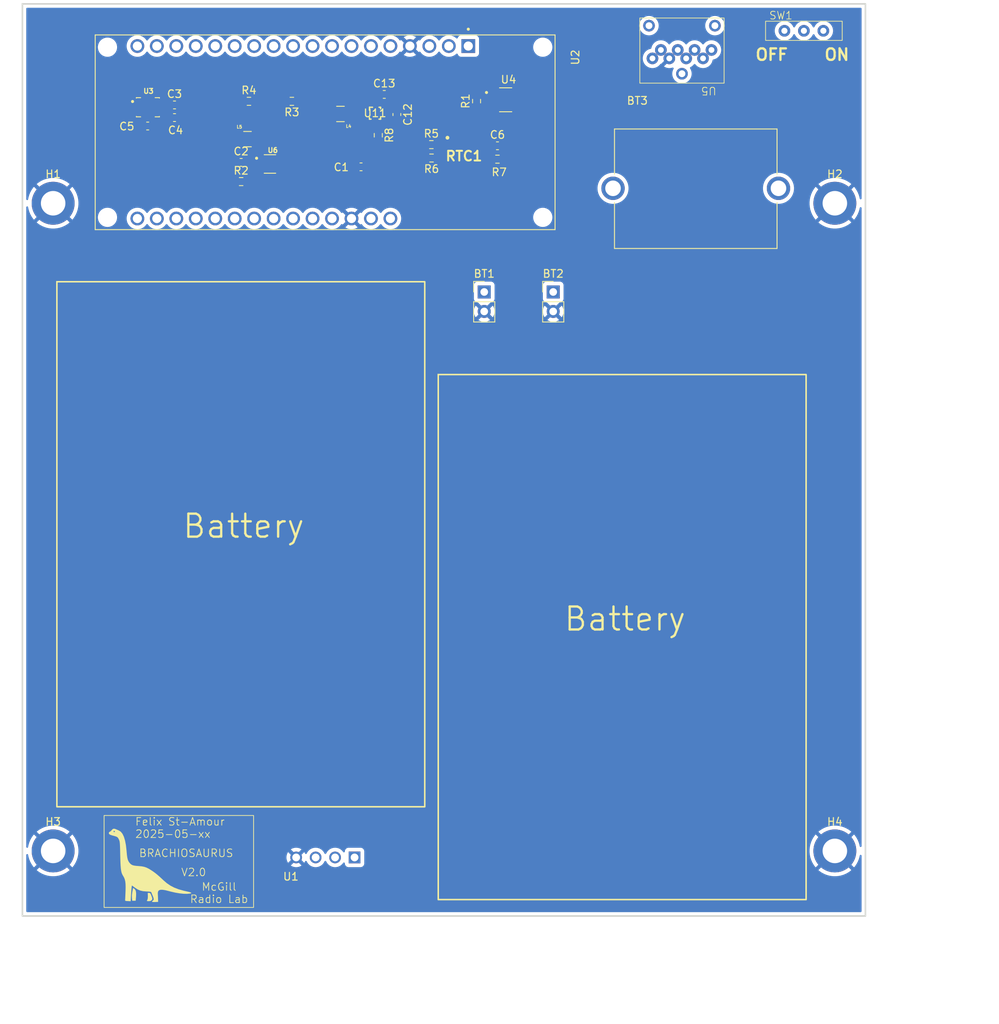
<source format=kicad_pcb>
(kicad_pcb (version 20241229) (generator "pcbnew") (generator_version "9.0")
  (layers (0 "F.Cu" signal) (2 "B.Cu" signal) (13 "F.Paste" user) (15 "B.Paste" user) (5 "F.SilkS" user "F.Silkscreen") (7 "B.SilkS" user "B.Silkscreen") (1 "F.Mask" user) (3 "B.Mask" user) (25 "Edge.Cuts" user))
  (net 0 "")
  (net 5 "GND")
  (net 15 "Net-(RTC1-VBAT)")
  (net 22 "/3V3 Load Switch/V_IN")
  (net 30 "/3V3 Load Switch/V_OUT")
  (net 31 "Net-(L4-Pad1)")
  (net 32 "/3V3 Load Switch/EN")
  (net 33 "/Peripherals/SCL")
  (net 34 "/Peripherals/SDA")
  (net 35 "/RTC/RTC_INT")
  (net 37 "/Peripherals/TRIG")
  (net 38 "/Peripherals/MISO")
  (net 39 "/Peripherals/ACC_INT")
  (net 40 "/Peripherals/MOSI")
  (net 41 "/Peripherals/uSD_CS")
  (net 42 "/Peripherals/SCLK")
  (net 43 "/Peripherals/ECHO")
  (net 45 "/AA Batteries and Switch/V_AA")
  (net 46 "/5V_Boost and Voltage Divider/V_OUT")
  (net 47 "/5V_Boost and Voltage Divider/V_DIV")
  (net 48 "/5V_Boost and Voltage Divider/V_PASS")
  (net 49 "/5V_Boost and Voltage Divider/EN")
  (net 50 "Net-(SW1-B)")
  (net 51 "Net-(U6-SW)")
  (net 52 "Net-(U6-VSET)")
  (footprint "3035:BAT_3035" (layer "F.Cu") (at 177.1 50.2)
    (property "Reference" "BT3" (at -7.62 -11.43 0) (layer "F.SilkS"))
    (property "Value" "3035")
    (fp_line (start -10.605 -7.74) (end 10.605 -7.74) (stroke (width 0.127)) (layer "F.SilkS"))
    (fp_line (start -10.605 -1.8425) (end -10.605 -7.74) (stroke (width 0.127)) (layer "F.SilkS"))
    (fp_line (start -10.605 7.85) (end -10.605 1.8425) (stroke (width 0.127)) (layer "F.SilkS"))
    (fp_line (start 10.605 -7.74) (end 10.605 -1.8425) (stroke (width 0.127)) (layer "F.SilkS"))
    (fp_line (start 10.605 7.85) (end -10.605 7.85) (stroke (width 0.127)) (layer "F.SilkS"))
    (fp_line (start 10.605 7.85) (end 10.605 1.8425) (stroke (width 0.127)) (layer "F.SilkS"))
    (pad "N" smd rect (at 0 0) (size 4 4) (layers "F.Cu" "F.Mask") (net 5 "GND"))
    (pad "P1" thru_hole circle (at -10.795 0) (size 3.045 3.045) (drill 2.03) (layers "*.Cu" "*.Mask") (net 15 "Net-(RTC1-VBAT)"))
    (pad "P2" thru_hole circle (at 10.795 0) (size 3.045 3.045) (drill 2.03) (layers "*.Cu" "*.Mask") (net 15 "Net-(RTC1-VBAT)"))
  )
  (footprint "boost_SP:YFF0009ACAG" (layer "F.Cu") (at 135.249998 40.400002)
    (property "Reference" "U11" (at 0 0 0) (layer "F.SilkS"))
    (property "Value" "TPS61256YFFR")
    (fp_line (start -0.725 -0.775) (end -0.325001 -0.775) (stroke (width 0.18)) (layer "F.SilkS"))
    (fp_line (start -0.725 -0.399999) (end -0.725 -0.775) (stroke (width 0.18)) (layer "F.SilkS"))
    (fp_line (start -0.725 0.775) (end -0.725 0.575) (stroke (width 0.18)) (layer "F.SilkS"))
    (fp_line (start -0.725 0.775) (end -0.525 0.775) (stroke (width 0.18)) (layer "F.SilkS"))
    (fp_line (start 0.525 -0.775) (end 0.725 -0.775) (stroke (width 0.18)) (layer "F.SilkS"))
    (fp_line (start 0.525 0.775) (end 0.725 0.775) (stroke (width 0.18)) (layer "F.SilkS"))
    (fp_line (start 0.725 -0.575) (end 0.725 -0.775) (stroke (width 0.18)) (layer "F.SilkS"))
    (fp_line (start 0.725 0.775) (end 0.725 0.575) (stroke (width 0.18)) (layer "F.SilkS"))
    (pad "A1" smd circle (at -0.399999 -0.400002) (size 0.23 0.23) (layers "F.Cu" "F.Mask") (net 46 "/5V_Boost and Voltage Divider/V_OUT"))
    (pad "A2" smd circle (at 0.000003 -0.400002) (size 0.23 0.23) (layers "F.Cu" "F.Mask") (net 46 "/5V_Boost and Voltage Divider/V_OUT"))
    (pad "A3" smd circle (at 0.400002 -0.400002) (size 0.23 0.23) (layers "F.Cu" "F.Mask") (net 30 "/3V3 Load Switch/V_OUT"))
    (pad "B1" smd circle (at -0.399999 0) (size 0.23 0.23) (layers "F.Cu" "F.Mask") (net 31 "Net-(L4-Pad1)"))
    (pad "B2" smd circle (at 0.000003 0) (size 0.23 0.23) (layers "F.Cu" "F.Mask") (net 31 "Net-(L4-Pad1)"))
    (pad "B3" smd circle (at 0.400002 0) (size 0.23 0.23) (layers "F.Cu" "F.Mask") (net 49 "/5V_Boost and Voltage Divider/EN"))
    (pad "C1" smd circle (at -0.399999 0.399999) (size 0.23 0.23) (layers "F.Cu" "F.Mask") (net 5 "GND"))
    (pad "C2" smd circle (at 0.000003 0.399999) (size 0.23 0.23) (layers "F.Cu" "F.Mask") (net 5 "GND"))
    (pad "C3" smd circle (at 0.400002 0.399999) (size 0.23 0.23) (layers "F.Cu" "F.Mask") (net 48 "/5V_Boost and Voltage Divider/V_PASS"))
  )
  (footprint "singing foot:switch_sp" (layer "F.Cu") (at 191.21 29.65)
    (property "Reference" "SW1" (at -3 -2 0) (layer "F.SilkS") (effects (font (thickness 0.1))))
    (property "Value" "SW_SPDT_312" (hide yes))
    (fp_rect (start -5 -1.25) (end 5 1.25) (stroke (width 0.1)) (fill no) (layer "F.SilkS"))
    (pad "1" thru_hole circle (at 0 0) (size 1.524 1.524) (drill 0.8) (layers "*.Cu" "*.Mask") (net 50 "Net-(SW1-B)"))
    (pad "2" thru_hole circle (at -2.54 0) (size 1.524 1.524) (drill 0.8) (layers "*.Cu" "*.Mask") (net 45 "/AA Batteries and Switch/V_AA"))
    (pad "3" thru_hole circle (at 2.54 0) (size 1.524 1.524) (drill 0.8) (layers "*.Cu" "*.Mask"))
  )
  (footprint "Capacitor_SMD:C_0603_1608Metric" (layer "F.Cu") (at 138.1 40.575 -90)
    (property "Reference" "C12" (at 0 -1.43 90) (layer "F.SilkS"))
    (property "Value" "4.7uF")
    (fp_line (start -0.14058 0.51) (end 0.14058 0.51) (stroke (width 0.12)) (layer "F.SilkS"))
    (fp_line (start -0.14058 -0.51) (end 0.14058 -0.51) (stroke (width 0.12)) (layer "F.SilkS"))
    (pad "1" smd roundrect (at -0.775 0 270) (size 0.9 0.95) (layers "F.Cu" "F.Mask" "F.Paste") (net 30 "/3V3 Load Switch/V_OUT"))
    (pad "2" smd roundrect (at 0.775 0 270) (size 0.9 0.95) (layers "F.Cu" "F.Mask" "F.Paste") (net 5 "GND"))
  )
  (footprint "LB3218T1R0M:INDC3218X200N" (layer "F.Cu") (at 118.608 43.783)
    (property "Reference" "L5" (at -1.06 -1.6 0) (layer "F.SilkS") (effects (font (size 0.393701 0.393701))))
    (property "Value" "2.2uH")
    (fp_line (start -0.5 -1) (end 0.5 -1) (stroke (width 0.127)) (layer "F.SilkS"))
    (fp_line (start -0.5 1) (end 0.5 1) (stroke (width 0.127)) (layer "F.SilkS"))
    (pad "1" smd rect (at -1.44 0) (size 1.24 2.02) (layers "F.Cu" "F.Mask" "F.Paste") (net 22 "/3V3 Load Switch/V_IN"))
    (pad "2" smd rect (at 1.44 0) (size 1.24 2.02) (layers "F.Cu" "F.Mask" "F.Paste") (net 51 "Net-(U6-SW)"))
  )
  (footprint "Connector_PinHeader_2.54mm:PinHeader_1x02_P2.54mm_Vertical" (layer "F.Cu") (at 158.5 63.725)
    (property "Reference" "BT2" (at 0 -2.38 0) (layer "F.SilkS"))
    (property "Value" "Battery")
    (fp_line (start -1.38 -1.38) (end 0 -1.38) (stroke (width 0.12)) (layer "F.SilkS"))
    (fp_line (start -1.38 0) (end -1.38 -1.38) (stroke (width 0.12)) (layer "F.SilkS"))
    (fp_line (start -1.38 1.27) (end -1.38 3.92) (stroke (width 0.12)) (layer "F.SilkS"))
    (fp_line (start -1.38 1.27) (end 1.38 1.27) (stroke (width 0.12)) (layer "F.SilkS"))
    (fp_line (start -1.38 3.92) (end 1.38 3.92) (stroke (width 0.12)) (layer "F.SilkS"))
    (fp_line (start 1.38 1.27) (end 1.38 3.92) (stroke (width 0.12)) (layer "F.SilkS"))
    (pad "1" thru_hole rect (at 0 0) (size 1.7 1.7) (drill 1) (layers "*.Cu" "*.Mask") (net 45 "/AA Batteries and Switch/V_AA"))
    (pad "2" thru_hole circle (at 0 2.54) (size 1.7 1.7) (drill 1) (layers "*.Cu" "*.Mask") (net 5 "GND"))
  )
  (footprint "MountingHole:MountingHole_3.2mm_M3_DIN965_Pad" (layer "F.Cu") (at 195.25 136.65)
    (property "Reference" "H4" (at 0 -3.8 0) (layer "F.SilkS"))
    (property "Value" "MountingHole_Pad")
    (pad "1" thru_hole circle (at 0 0) (size 5.6 5.6) (drill 3.2) (layers "*.Cu" "*.Mask") (net 5 "GND"))
  )
  (footprint "LB3218T1R0M:INDC3218X200N" (layer "F.Cu") (at 130.74 40.5 180)
    (property "Reference" "L4" (at -1.06 -1.6 0) (layer "F.SilkS") (effects (font (size 0.393701 0.393701))))
    (property "Value" "1uH")
    (fp_line (start -0.5 1) (end 0.5 1) (stroke (width 0.127)) (layer "F.SilkS"))
    (fp_line (start -0.5 -1) (end 0.5 -1) (stroke (width 0.127)) (layer "F.SilkS"))
    (pad "1" smd rect (at -1.44 0 180) (size 1.24 2.02) (layers "F.Cu" "F.Mask" "F.Paste") (net 31 "Net-(L4-Pad1)"))
    (pad "2" smd rect (at 1.44 0 180) (size 1.24 2.02) (layers "F.Cu" "F.Mask" "F.Paste") (net 30 "/3V3 Load Switch/V_OUT"))
  )
  (footprint "singing foot:XCVR_HC-SR04" (layer "F.Cu") (at 128.77 137.5 180)
    (property "Reference" "U1" (at 4.5 -2.5 0) (layer "F.SilkS") (effects (font (size 1.00052 1.00052))))
    (property "Value" "HC-SR04")
    (pad "1" thru_hole rect (at -3.81 0 180) (size 1.53 1.53) (drill 1.02) (layers "*.Cu" "*.Mask") (net 46 "/5V_Boost and Voltage Divider/V_OUT"))
    (pad "2" thru_hole circle (at -1.27 0 180) (size 1.53 1.53) (drill 1.02) (layers "*.Cu" "*.Mask") (net 37 "/Peripherals/TRIG"))
    (pad "3" thru_hole circle (at 1.27 0 180) (size 1.53 1.53) (drill 1.02) (layers "*.Cu" "*.Mask") (net 43 "/Peripherals/ECHO"))
    (pad "4" thru_hole circle (at 3.81 0 180) (size 1.53 1.53) (drill 1.02) (layers "*.Cu" "*.Mask") (net 5 "GND"))
  )
  (footprint "Capacitor_SMD:C_0603_1608Metric" (layer "F.Cu") (at 109.0875 40.975)
    (property "Reference" "C4" (at 0.14058 1.65 0) (layer "F.SilkS"))
    (property "Value" "2.2uF")
    (fp_line (start -0.14058 -0.51) (end 0.14058 -0.51) (stroke (width 0.12)) (layer "F.SilkS"))
    (fp_line (start -0.14058 0.51) (end 0.14058 0.51) (stroke (width 0.12)) (layer "F.SilkS"))
    (pad "1" smd roundrect (at -0.775 0) (size 0.9 0.95) (layers "F.Cu" "F.Mask" "F.Paste") (net 30 "/3V3 Load Switch/V_OUT"))
    (pad "2" smd roundrect (at 0.775 0) (size 0.9 0.95) (layers "F.Cu" "F.Mask" "F.Paste") (net 5 "GND"))
  )
  (footprint "load_switch:SOT95P280X145-6N" (layer "F.Cu") (at 152.295 38.65)
    (property "Reference" "U4" (at 0.375 -2.635 0) (layer "F.SilkS"))
    (property "Value" "TPS22918DBVR")
    (fp_line (start -0.8 1.56) (end 0.8 1.56) (stroke (width 0.127)) (layer "F.SilkS"))
    (fp_line (start 0.8 -1.56) (end -0.8 -1.56) (stroke (width 0.127)) (layer "F.SilkS"))
    (fp_circle (center -2.5 -0.95) (end -2.4 -0.95) (stroke (width 0.2)) (fill no) (layer "F.SilkS"))
    (pad "1" smd roundrect (at -1.255 -0.95) (size 1.21 0.58) (layers "F.Cu" "F.Mask" "F.Paste") (roundrect_rratio 0.125) (net 22 "/3V3 Load Switch/V_IN"))
    (pad "2" smd roundrect (at -1.255 0) (size 1.21 0.58) (layers "F.Cu" "F.Mask" "F.Paste") (roundrect_rratio 0.125) (net 5 "GND"))
    (pad "3" smd roundrect (at -1.255 0.95) (size 1.21 0.58) (layers "F.Cu" "F.Mask" "F.Paste") (roundrect_rratio 0.125) (net 32 "/3V3 Load Switch/EN"))
    (pad "4" smd roundrect (at 1.255 0.95) (size 1.21 0.58) (layers "F.Cu" "F.Mask" "F.Paste") (roundrect_rratio 0.125))
    (pad "5" smd roundrect (at 1.255 0) (size 1.21 0.58) (layers "F.Cu" "F.Mask" "F.Paste") (roundrect_rratio 0.125))
    (pad "6" smd roundrect (at 1.255 -0.95) (size 1.21 0.58) (layers "F.Cu" "F.Mask" "F.Paste") (roundrect_rratio 0.125) (net 30 "/3V3 Load Switch/V_OUT"))
  )
  (footprint "singing foot:MODULE_DFR0654" (layer "F.Cu") (at 128.74 42.89 -90)
    (property "Reference" "U2" (at -9.775 -32.65 90) (layer "F.SilkS"))
    (property "Value" "DFR0654")
    (fp_line (start 12.7 30) (end -12.7 30) (stroke (width 0.127)) (layer "F.SilkS"))
    (fp_line (start -12.7 -30) (end -12.7 30) (stroke (width 0.127)) (layer "F.SilkS"))
    (fp_line (start 12.7 -30) (end 12.7 30) (stroke (width 0.127)) (layer "F.SilkS"))
    (fp_line (start 12.7 -30) (end -12.7 -30) (stroke (width 0.127)) (layer "F.SilkS"))
    (fp_circle (center -13.45 -18.68) (end -13.35 -18.68) (stroke (width 0.2)) (fill no) (layer "F.SilkS"))
    (pad "" np_thru_hole circle (at -11.1 -28.4 270) (size 2 2) (drill 2) (layers "*.Cu" "*.Mask"))
    (pad "" np_thru_hole circle (at -11.1 28.4 270) (size 2 2) (drill 2) (layers "*.Cu" "*.Mask"))
    (pad "" np_thru_hole circle (at 11.1 -28.4 270) (size 2 2) (drill 2) (layers "*.Cu" "*.Mask"))
    (pad "" np_thru_hole circle (at 11.1 28.4 270) (size 2 2) (drill 2) (layers "*.Cu" "*.Mask"))
    (pad "1" thru_hole rect (at -11.25 -18.68 270) (size 1.8 1.8) (drill 1.2) (layers "*.Cu" "*.Mask"))
    (pad "2" thru_hole circle (at -11.25 -16.14 270) (size 1.8 1.8) (drill 1.2) (layers "*.Cu" "*.Mask") (net 22 "/3V3 Load Switch/V_IN"))
    (pad "3" thru_hole circle (at -11.25 -13.6 270) (size 1.8 1.8) (drill 1.2) (layers "*.Cu" "*.Mask"))
    (pad "4" thru_hole circle (at -11.25 -11.06 270) (size 1.8 1.8) (drill 1.2) (layers "*.Cu" "*.Mask") (net 5 "GND"))
    (pad "5" thru_hole circle (at -11.25 -8.52 270) (size 1.8 1.8) (drill 1.2) (layers "*.Cu" "*.Mask"))
    (pad "6" thru_hole circle (at -11.25 -5.98 270) (size 1.8 1.8) (drill 1.2) (layers "*.Cu" "*.Mask") (net 42 "/Peripherals/SCLK"))
    (pad "7" thru_hole circle (at -11.25 -3.44 270) (size 1.8 1.8) (drill 1.2) (layers "*.Cu" "*.Mask") (net 40 "/Peripherals/MOSI"))
    (pad "8" thru_hole circle (at -11.25 -0.9 270) (size 1.8 1.8) (drill 1.2) (layers "*.Cu" "*.Mask") (net 38 "/Peripherals/MISO"))
    (pad "9" thru_hole circle (at -11.25 1.64 270) (size 1.8 1.8) (drill 1.2) (layers "*.Cu" "*.Mask") (net 33 "/Peripherals/SCL"))
    (pad "10" thru_hole circle (at -11.25 4.18 270) (size 1.8 1.8) (drill 1.2) (layers "*.Cu" "*.Mask") (net 34 "/Peripherals/SDA"))
    (pad "11" thru_hole circle (at -11.25 6.72 270) (size 1.8 1.8) (drill 1.2) (layers "*.Cu" "*.Mask") (net 37 "/Peripherals/TRIG"))
    (pad "12" thru_hole circle (at -11.25 9.26 270) (size 1.8 1.8) (drill 1.2) (layers "*.Cu" "*.Mask") (net 41 "/Peripherals/uSD_CS"))
    (pad "13" thru_hole circle (at -11.25 11.8 270) (size 1.8 1.8) (drill 1.2) (layers "*.Cu" "*.Mask"))
    (pad "14" thru_hole circle (at -11.25 14.34 270) (size 1.8 1.8) (drill 1.2) (layers "*.Cu" "*.Mask") (net 49 "/5V_Boost and Voltage Divider/EN"))
    (pad "15" thru_hole circle (at -11.25 16.88 270) (size 1.8 1.8) (drill 1.2) (layers "*.Cu" "*.Mask") (net 32 "/3V3 Load Switch/EN"))
    (pad "16" thru_hole circle (at -11.25 19.42 270) (size 1.8 1.8) (drill 1.2) (layers "*.Cu" "*.Mask") (net 48 "/5V_Boost and Voltage Divider/V_PASS"))
    (pad "17" thru_hole circle (at -11.25 21.96 270) (size 1.8 1.8) (drill 1.2) (layers "*.Cu" "*.Mask"))
    (pad "18" thru_hole circle (at -11.25 24.5 270) (size 1.8 1.8) (drill 1.2) (layers "*.Cu" "*.Mask"))
    (pad "19" thru_hole circle (at 11.25 24.5 270) (size 1.8 1.8) (drill 1.2) (layers "*.Cu" "*.Mask") (net 43 "/Peripherals/ECHO"))
    (pad "20" thru_hole circle (at 11.25 21.96 270) (size 1.8 1.8) (drill 1.2) (layers "*.Cu" "*.Mask"))
    (pad "21" thru_hole circle (at 11.25 19.42 270) (size 1.8 1.8) (drill 1.2) (layers "*.Cu" "*.Mask") (net 35 "/RTC/RTC_INT"))
    (pad "22" thru_hole circle (at 11.25 16.88 270) (size 1.8 1.8) (drill 1.2) (layers "*.Cu" "*.Mask") (net 39 "/Peripherals/ACC_INT"))
    (pad "23" thru_hole circle (at 11.25 14.34 270) (size 1.8 1.8) (drill 1.2) (layers "*.Cu" "*.Mask") (net 47 "/5V_Boost and Voltage Divider/V_DIV"))
    (pad "24" thru_hole circle (at 11.25 11.8 270) (size 1.8 1.8) (drill 1.2) (layers "*.Cu" "*.Mask"))
    (pad "25" thru_hole circle (at 11.25 9.26 270) (size 1.8 1.8) (drill 1.2) (layers "*.Cu" "*.Mask"))
    (pad "26" thru_hole circle (at 11.25 6.72 270) (size 1.8 1.8) (drill 1.2) (layers "*.Cu" "*.Mask"))
    (pad "27" thru_hole circle (at 11.25 4.18 270) (size 1.8 1.8) (drill 1.2) (layers "*.Cu" "*.Mask"))
    (pad "28" thru_hole circle (at 11.25 1.64 270) (size 1.8 1.8) (drill 1.2) (layers "*.Cu" "*.Mask") (net 34 "/Peripherals/SDA"))
    (pad "29" thru_hole circle (at 11.25 -0.9 270) (size 1.8 1.8) (drill 1.2) (layers "*.Cu" "*.Mask") (net 33 "/Peripherals/SCL"))
    (pad "30" thru_hole circle (at 11.25 -3.44 270) (size 1.8 1.8) (drill 1.2) (layers "*.Cu" "*.Mask") (net 5 "GND"))
    (pad "31" thru_hole circle (at 11.25 -5.98 270) (size 1.8 1.8) (drill 1.2) (layers "*.Cu" "*.Mask") (net 22 "/3V3 Load Switch/V_IN"))
    (pad "32" thru_hole circle (at 11.25 -8.52 270) (size 1.8 1.8) (drill 1.2) (layers "*.Cu" "*.Mask"))
  )
  (footprint "Capacitor_SMD:C_0603_1608Metric" (layer "F.Cu") (at 117.78 46.815)
    (property "Reference" "C2" (at 0 -1.43 0) (layer "F.SilkS"))
    (property "Value" "4.7uF")
    (fp_line (start -0.14058 -0.51) (end 0.14058 -0.51) (stroke (width 0.12)) (layer "F.SilkS"))
    (fp_line (start -0.14058 0.51) (end 0.14058 0.51) (stroke (width 0.12)) (layer "F.SilkS"))
    (pad "1" smd roundrect (at -0.775 0) (size 0.9 0.95) (layers "F.Cu" "F.Mask" "F.Paste") (net 50 "Net-(SW1-B)"))
    (pad "2" smd roundrect (at 0.775 0) (size 0.9 0.95) (layers "F.Cu" "F.Mask" "F.Paste") (net 5 "GND"))
  )
  (footprint "Capacitor_SMD:C_0603_1608Metric" (layer "F.Cu") (at 109.0875 39.325)
    (property "Reference" "C3" (at 0 -1.43 0) (layer "F.SilkS"))
    (property "Value" "0.1uF")
    (fp_line (start -0.14058 -0.51) (end 0.14058 -0.51) (stroke (width 0.12)) (layer "F.SilkS"))
    (fp_line (start -0.14058 0.51) (end 0.14058 0.51) (stroke (width 0.12)) (layer "F.SilkS"))
    (pad "1" smd roundrect (at -0.775 0) (size 0.9 0.95) (layers "F.Cu" "F.Mask" "F.Paste") (net 30 "/3V3 Load Switch/V_OUT"))
    (pad "2" smd roundrect (at 0.775 0) (size 0.9 0.95) (layers "F.Cu" "F.Mask" "F.Paste") (net 5 "GND"))
  )
  (footprint "MountingHole:MountingHole_3.2mm_M3_DIN965_Pad" (layer "F.Cu") (at 93.25 52.15)
    (property "Reference" "H1" (at 0 -3.8 0) (layer "F.SilkS"))
    (property "Value" "MountingHole_Pad")
    (pad "1" thru_hole circle (at 0 0) (size 5.6 5.6) (drill 3.2) (layers "*.Cu" "*.Mask") (net 5 "GND"))
  )
  (footprint "Capacitor_SMD:C_0603_1608Metric" (layer "F.Cu") (at 136.455 37.95)
    (property "Reference" "C13" (at 0 -1.43 0) (layer "F.SilkS"))
    (property "Value" "10uF")
    (fp_line (start -0.14058 -0.51) (end 0.14058 -0.51) (stroke (width 0.12)) (layer "F.SilkS"))
    (fp_line (start -0.14058 0.51) (end 0.14058 0.51) (stroke (width 0.12)) (layer "F.SilkS"))
    (pad "1" smd roundrect (at -0.775 0) (size 0.9 0.95) (layers "F.Cu" "F.Mask" "F.Paste") (net 46 "/5V_Boost and Voltage Divider/V_OUT"))
    (pad "2" smd roundrect (at 0.775 0) (size 0.9 0.95) (layers "F.Cu" "F.Mask" "F.Paste") (net 5 "GND"))
  )
  (footprint "Resistor_SMD:R_0603_1608Metric" (layer "F.Cu") (at 124.4 38.85 180)
    (property "Reference" "R3" (at 0 -1.43 0) (layer "F.SilkS"))
    (property "Value" "100k")
    (fp_line (start -0.237258 0.5225) (end 0.237258 0.5225) (stroke (width 0.12)) (layer "F.SilkS"))
    (fp_line (start -0.237258 -0.5225) (end 0.237258 -0.5225) (stroke (width 0.12)) (layer "F.SilkS"))
    (pad "1" smd roundrect (at -0.825 0 180) (size 0.8 0.95) (layers "F.Cu" "F.Mask" "F.Paste") (net 46 "/5V_Boost and Voltage Divider/V_OUT"))
    (pad "2" smd roundrect (at 0.825 0 180) (size 0.8 0.95) (layers "F.Cu" "F.Mask" "F.Paste") (net 47 "/5V_Boost and Voltage Divider/V_DIV"))
  )
  (footprint "Resistor_SMD:R_0603_1608Metric" (layer "F.Cu") (at 142.625 46.25 180)
    (property "Reference" "R6" (at 0 -1.43 0) (layer "F.SilkS"))
    (property "Value" "4.7k")
    (fp_line (start -0.237258 0.5225) (end 0.237258 0.5225) (stroke (width 0.12)) (layer "F.SilkS"))
    (fp_line (start -0.237258 -0.5225) (end 0.237258 -0.5225) (stroke (width 0.12)) (layer "F.SilkS"))
    (pad "1" smd roundrect (at -0.825 0 180) (size 0.8 0.95) (layers "F.Cu" "F.Mask" "F.Paste") (net 34 "/Peripherals/SDA"))
    (pad "2" smd roundrect (at 0.825 0 180) (size 0.8 0.95) (layers "F.Cu" "F.Mask" "F.Paste") (net 30 "/3V3 Load Switch/V_OUT"))
  )
  (footprint "Resistor_SMD:R_0603_1608Metric" (layer "F.Cu") (at 148.5 38.825 90)
    (property "Reference" "R1" (at 0 -1.43 90) (layer "F.SilkS"))
    (property "Value" "10k")
    (fp_line (start -0.237258 -0.5225) (end 0.237258 -0.5225) (stroke (width 0.12)) (layer "F.SilkS"))
    (fp_line (start -0.237258 0.5225) (end 0.237258 0.5225) (stroke (width 0.12)) (layer "F.SilkS"))
    (pad "1" smd roundrect (at -0.825 0 90) (size 0.8 0.95) (layers "F.Cu" "F.Mask" "F.Paste") (net 32 "/3V3 Load Switch/EN"))
    (pad "2" smd roundrect (at 0.825 0 90) (size 0.8 0.95) (layers "F.Cu" "F.Mask" "F.Paste") (net 5 "GND"))
  )
  (footprint "Resistor_SMD:R_0603_1608Metric" (layer "F.Cu") (at 135.675 43.275 -90)
    (property "Reference" "R8" (at 0 -1.43 90) (layer "F.SilkS"))
    (property "Value" "4.7k")
    (fp_line (start -0.237258 0.5225) (end 0.237258 0.5225) (stroke (width 0.12)) (layer "F.SilkS"))
    (fp_line (start -0.237258 -0.5225) (end 0.237258 -0.5225) (stroke (width 0.12)) (layer "F.SilkS"))
    (pad "1" smd roundrect (at -0.825 0 270) (size 0.8 0.95) (layers "F.Cu" "F.Mask" "F.Paste") (net 48 "/5V_Boost and Voltage Divider/V_PASS"))
    (pad "2" smd roundrect (at 0.825 0 270) (size 0.8 0.95) (layers "F.Cu" "F.Mask" "F.Paste") (net 5 "GND"))
  )
  (footprint "MountingHole:MountingHole_3.2mm_M3_DIN965_Pad" (layer "F.Cu") (at 195.25 52.15)
    (property "Reference" "H2" (at 0 -3.8 0) (layer "F.SilkS"))
    (property "Value" "MountingHole_Pad")
    (pad "1" thru_hole circle (at 0 0) (size 5.6 5.6) (drill 3.2) (layers "*.Cu" "*.Mask") (net 5 "GND"))
  )
  (footprint "Connector_PinHeader_2.54mm:PinHeader_1x02_P2.54mm_Vertical" (layer "F.Cu") (at 149.5 63.725)
    (property "Reference" "BT1" (at 0 -2.38 0) (layer "F.SilkS"))
    (property "Value" "Battery")
    (fp_line (start -1.38 -1.38) (end 0 -1.38) (stroke (width 0.12)) (layer "F.SilkS"))
    (fp_line (start -1.38 0) (end -1.38 -1.38) (stroke (width 0.12)) (layer "F.SilkS"))
    (fp_line (start -1.38 1.27) (end -1.38 3.92) (stroke (width 0.12)) (layer "F.SilkS"))
    (fp_line (start -1.38 1.27) (end 1.38 1.27) (stroke (width 0.12)) (layer "F.SilkS"))
    (fp_line (start -1.38 3.92) (end 1.38 3.92) (stroke (width 0.12)) (layer "F.SilkS"))
    (fp_line (start 1.38 1.27) (end 1.38 3.92) (stroke (width 0.12)) (layer "F.SilkS"))
    (pad "1" thru_hole rect (at 0 0) (size 1.7 1.7) (drill 1) (layers "*.Cu" "*.Mask") (net 45 "/AA Batteries and Switch/V_AA"))
    (pad "2" thru_hole circle (at 0 2.54) (size 1.7 1.7) (drill 1) (layers "*.Cu" "*.Mask") (net 5 "GND"))
  )
  (footprint "accel:XDCR_ICM-42670-P" (layer "F.Cu") (at 105.6125 39.625)
    (property "Reference" "U3" (at 0.082 -2.1064 0) (layer "F.SilkS") (effects (font (size 0.64 0.64))))
    (property "Value" "ICM-42670-P")
    (fp_line (start -1.5 -1.25) (end -0.945 -1.25) (stroke (width 0.127)) (layer "F.SilkS"))
    (fp_line (start -1.5 -1.195) (end -1.5 -1.25) (stroke (width 0.127)) (layer "F.SilkS"))
    (fp_line (start -1.5 1.25) (end -1.5 1.195) (stroke (width 0.127)) (layer "F.SilkS"))
    (fp_line (start -0.945 1.25) (end -1.5 1.25) (stroke (width 0.127)) (layer "F.SilkS"))
    (fp_line (start 0.945 -1.25) (end 1.5 -1.25) (stroke (width 0.127)) (layer "F.SilkS"))
    (fp_line (start 1.5 -1.25) (end 1.5 -1.195) (stroke (width 0.127)) (layer "F.SilkS"))
    (fp_line (start 1.5 1.25) (end 0.945 1.25) (stroke (width 0.127)) (layer "F.SilkS"))
    (fp_line (start 1.5 1.25) (end 1.5 1.195) (stroke (width 0.127)) (layer "F.SilkS"))
    (fp_circle (center -2 -0.75) (end -1.9 -0.75) (stroke (width 0.2)) (fill no) (layer "F.SilkS"))
    (pad "1" smd rect (at -1.1625 -0.75) (size 0.475 0.25) (layers "F.Cu") (net 5 "GND"))
    (pad "2" smd rect (at -1.1625 -0.25) (size 0.475 0.25) (layers "F.Cu"))
    (pad "3" smd rect (at -1.1625 0.25) (size 0.475 0.25) (layers "F.Cu"))
    (pad "4" smd rect (at -1.1625 0.75) (size 0.475 0.25) (layers "F.Cu") (net 39 "/Peripherals/ACC_INT"))
    (pad "5" smd rect (at -0.5 0.9125) (size 0.25 0.475) (layers "F.Cu") (net 30 "/3V3 Load Switch/V_OUT"))
    (pad "6" smd rect (at 0 0.9125) (size 0.25 0.475) (layers "F.Cu") (net 5 "GND"))
    (pad "7" smd rect (at 0.5 0.9125) (size 0.25 0.475) (layers "F.Cu") (net 5 "GND"))
    (pad "8" smd rect (at 1.1625 0.75) (size 0.475 0.25) (layers "F.Cu") (net 30 "/3V3 Load Switch/V_OUT"))
    (pad "9" smd rect (at 1.1625 0.25) (size 0.475 0.25) (layers "F.Cu"))
    (pad "10" smd rect (at 1.1625 -0.25) (size 0.475 0.25) (layers "F.Cu"))
    (pad "11" smd rect (at 1.1625 -0.75) (size 0.475 0.25) (layers "F.Cu"))
    (pad "12" smd rect (at 0.5 -0.9125) (size 0.25 0.475) (layers "F.Cu") (net 30 "/3V3 Load Switch/V_OUT"))
    (pad "13" smd rect (at 0 -0.9125) (size 0.25 0.475) (layers "F.Cu") (net 33 "/Peripherals/SCL"))
    (pad "14" smd rect (at -0.5 -0.9125) (size 0.25 0.475) (layers "F.Cu") (net 34 "/Peripherals/SDA"))
  )
  (footprint "Capacitor_SMD:C_0603_1608Metric" (layer "F.Cu") (at 105.5875 42.075)
    (property "Reference" "C5" (at -2.725 0.05 0) (layer "F.SilkS"))
    (property "Value" "10nF")
    (fp_line (start -0.14058 -0.51) (end 0.14058 -0.51) (stroke (width 0.12)) (layer "F.SilkS"))
    (fp_line (start -0.14058 0.51) (end 0.14058 0.51) (stroke (width 0.12)) (layer "F.SilkS"))
    (pad "1" smd roundrect (at -0.775 0) (size 0.9 0.95) (layers "F.Cu" "F.Mask" "F.Paste") (net 30 "/3V3 Load Switch/V_OUT"))
    (pad "2" smd roundrect (at 0.775 0) (size 0.9 0.95) (layers "F.Cu" "F.Mask" "F.Paste") (net 5 "GND"))
  )
  (footprint "MountingHole:MountingHole_3.2mm_M3_DIN965_Pad" (layer "F.Cu") (at 93.25 136.65)
    (property "Reference" "H3" (at 0 -3.8 0) (layer "F.SilkS"))
    (property "Value" "MountingHole_Pad")
    (pad "1" thru_hole circle (at 0 0) (size 5.6 5.6) (drill 3.2) (layers "*.Cu" "*.Mask") (net 5 "GND"))
  )
  (footprint "singing foot:uSD mount (up)" (layer "F.Cu") (at 175.3 28.98 180)
    (property "Reference" "U5" (at -3.5 -8.5 180) (layer "F.SilkS") (effects (font (thickness 0.1))))
    (property "Value" "~")
    (fp_rect (start -5.5 1) (end 5.5 -7.5) (stroke (width 0.1)) (fill no) (layer "F.SilkS"))
    (pad "" thru_hole circle (at -4.3 0 180) (size 1.524 1.524) (drill 0.9) (layers "*.Cu" "*.Mask"))
    (pad "" thru_hole circle (at 0 -6.27 180) (size 1.524 1.524) (drill 0.9) (layers "*.Cu" "*.Mask"))
    (pad "" thru_hole circle (at 4.3 0 180) (size 1.524 1.524) (drill 0.9) (layers "*.Cu" "*.Mask"))
    (pad "1" thru_hole circle (at -3.85 -3.17 180) (size 1.524 1.524) (drill 0.762) (layers "*.Cu" "*.Mask"))
    (pad "2" thru_hole circle (at -2.75 -4.27 180) (size 1.524 1.524) (drill 0.762) (layers "*.Cu" "*.Mask") (net 41 "/Peripherals/uSD_CS"))
    (pad "3" thru_hole circle (at -1.65 -3.17 180) (size 1.524 1.524) (drill 0.762) (layers "*.Cu" "*.Mask") (net 40 "/Peripherals/MOSI"))
    (pad "4" thru_hole circle (at -0.55 -4.27 180) (size 1.524 1.524) (drill 0.762) (layers "*.Cu" "*.Mask") (net 30 "/3V3 Load Switch/V_OUT"))
    (pad "5" thru_hole circle (at 0.55 -3.17 180) (size 1.524 1.524) (drill 0.762) (layers "*.Cu" "*.Mask") (net 42 "/Peripherals/SCLK"))
    (pad "6" thru_hole circle (at 1.65 -4.27 180) (size 1.524 1.524) (drill 0.762) (layers "*.Cu" "*.Mask") (net 5 "GND"))
    (pad "7" thru_hole circle (at 2.75 -3.17 180) (size 1.524 1.524) (drill 0.762) (layers "*.Cu" "*.Mask") (net 38 "/Peripherals/MISO"))
    (pad "8" thru_hole circle (at 3.85 -4.27 180) (size 1.524 1.524) (drill 0.762) (layers "*.Cu" "*.Mask"))
  )
  (footprint "Resistor_SMD:R_0603_1608Metric" (layer "F.Cu") (at 117.78 49.325)
    (property "Reference" "R2" (at 0 -1.43 0) (layer "F.SilkS"))
    (property "Value" "267k")
    (fp_line (start -0.237258 -0.5225) (end 0.237258 -0.5225) (stroke (width 0.12)) (layer "F.SilkS"))
    (fp_line (start -0.237258 0.5225) (end 0.237258 0.5225) (stroke (width 0.12)) (layer "F.SilkS"))
    (pad "1" smd roundrect (at -0.825 0) (size 0.8 0.95) (layers "F.Cu" "F.Mask" "F.Paste") (net 52 "Net-(U6-VSET)"))
    (pad "2" smd roundrect (at 0.825 0) (size 0.8 0.95) (layers "F.Cu" "F.Mask" "F.Paste") (net 5 "GND"))
  )
  (footprint "Resistor_SMD:R_0603_1608Metric" (layer "F.Cu") (at 142.6 44.5)
    (property "Reference" "R5" (at 0 -1.43 0) (layer "F.SilkS"))
    (property "Value" "4.7k")
    (fp_line (start -0.237258 -0.5225) (end 0.237258 -0.5225) (stroke (width 0.12)) (layer "F.SilkS"))
    (fp_line (start -0.237258 0.5225) (end 0.237258 0.5225) (stroke (width 0.12)) (layer "F.SilkS"))
    (pad "1" smd roundrect (at -0.825 0) (size 0.8 0.95) (layers "F.Cu" "F.Mask" "F.Paste") (net 30 "/3V3 Load Switch/V_OUT"))
    (pad "2" smd roundrect (at 0.825 0) (size 0.8 0.95) (layers "F.Cu" "F.Mask" "F.Paste") (net 33 "/Peripherals/SCL"))
  )
  (footprint "Capacitor_SMD:C_0603_1608Metric" (layer "F.Cu") (at 151.225 44.65)
    (property "Reference" "C6" (at 0 -1.43 0) (layer "F.SilkS"))
    (property "Value" "100nF")
    (fp_line (start -0.14058 -0.51) (end 0.14058 -0.51) (stroke (width 0.12)) (layer "F.SilkS"))
    (fp_line (start -0.14058 0.51) (end 0.14058 0.51) (stroke (width 0.12)) (layer "F.SilkS"))
    (pad "1" smd roundrect (at -0.775 0) (size 0.9 0.95) (layers "F.Cu" "F.Mask" "F.Paste") (net 45 "/AA Batteries and Switch/V_AA"))
    (pad "2" smd roundrect (at 0.775 0) (size 0.9 0.95) (layers "F.Cu" "F.Mask" "F.Paste") (net 5 "GND"))
  )
  (footprint "PCF2131:SON50P350X450X150-17N-D" (layer "F.Cu") (at 146.85 46)
    (property "Reference" "RTC1" (at 0 0 0) (layer "F.SilkS") (effects (font (size 1.27 1.27) (thickness 0.254))))
    (property "Value" "PCF2131TF" (hide yes))
    (fp_circle (center -2.15 -2.4) (end -2.15 -2.275) (stroke (width 0.25)) (fill no) (layer "F.SilkS"))
    (pad "1" smd rect (at -1.7 -1.75 90) (size 0.3 0.9) (layers "F.Cu" "F.Mask" "F.Paste") (net 45 "/AA Batteries and Switch/V_AA"))
    (pad "2" smd rect (at -1.7 -1.25 90) (size 0.3 0.9) (layers "F.Cu" "F.Mask" "F.Paste") (net 33 "/Peripherals/SCL"))
    (pad "3" smd rect (at -1.7 -0.75 90) (size 0.3 0.9) (layers "F.Cu" "F.Mask" "F.Paste") (net 5 "GND"))
    (pad "4" smd rect (at -1.7 -0.25 90) (size 0.3 0.9) (layers "F.Cu" "F.Mask" "F.Paste") (net 5 "GND"))
    (pad "5" smd rect (at -1.7 0.25 90) (size 0.3 0.9) (layers "F.Cu" "F.Mask" "F.Paste") (net 34 "/Peripherals/SDA"))
    (pad "6" smd rect (at -1.7 0.75 90) (size 0.3 0.9) (layers "F.Cu" "F.Mask" "F.Paste"))
    (pad "7" smd rect (at -1.7 1.25 90) (size 0.3 0.9) (layers "F.Cu" "F.Mask" "F.Paste") (net 5 "GND"))
    (pad "8" smd rect (at -1.7 1.75 90) (size 0.3 0.9) (layers "F.Cu" "F.Mask" "F.Paste"))
    (pad "9" smd rect (at 1.7 1.75 90) (size 0.3 0.9) (layers "F.Cu" "F.Mask" "F.Paste"))
    (pad "10" smd rect (at 1.7 1.25 90) (size 0.3 0.9) (layers "F.Cu" "F.Mask" "F.Paste"))
    (pad "11" smd rect (at 1.7 0.75 90) (size 0.3 0.9) (layers "F.Cu" "F.Mask" "F.Paste"))
    (pad "12" smd rect (at 1.7 0.25 90) (size 0.3 0.9) (layers "F.Cu" "F.Mask" "F.Paste"))
    (pad "13" smd rect (at 1.7 -0.25 90) (size 0.3 0.9) (layers "F.Cu" "F.Mask" "F.Paste") (net 35 "/RTC/RTC_INT"))
    (pad "14" smd rect (at 1.7 -0.75 90) (size 0.3 0.9) (layers "F.Cu" "F.Mask" "F.Paste"))
    (pad "15" smd rect (at 1.7 -1.25 90) (size 0.3 0.9) (layers "F.Cu" "F.Mask" "F.Paste") (net 45 "/AA Batteries and Switch/V_AA"))
    (pad "16" smd rect (at 1.7 -1.75 90) (size 0.3 0.9) (layers "F.Cu" "F.Mask" "F.Paste") (net 15 "Net-(RTC1-VBAT)"))
    (pad "17" smd rect (at 0 0) (size 2.05 3.85) (layers "F.Cu" "F.Mask" "F.Paste") (net 5 "GND"))
  )
  (footprint "Resistor_SMD:R_0603_1608Metric" (layer "F.Cu") (at 118.8 38.85)
    (property "Reference" "R4" (at 0 -1.43 0) (layer "F.SilkS"))
    (property "Value" "100k")
    (fp_line (start -0.237258 -0.5225) (end 0.237258 -0.5225) (stroke (width 0.12)) (layer "F.SilkS"))
    (fp_line (start -0.237258 0.5225) (end 0.237258 0.5225) (stroke (width 0.12)) (layer "F.SilkS"))
    (pad "1" smd roundrect (at -0.825 0) (size 0.8 0.95) (layers "F.Cu" "F.Mask" "F.Paste") (net 47 "/5V_Boost and Voltage Divider/V_DIV"))
    (pad "2" smd roundrect (at 0.825 0) (size 0.8 0.95) (layers "F.Cu" "F.Mask" "F.Paste") (net 5 "GND"))
  )
  (footprint "Capacitor_SMD:C_0603_1608Metric" (layer "F.Cu") (at 133.425 47.4 180)
    (property "Reference" "C1" (at 2.575 -0.05 0) (layer "F.SilkS"))
    (property "Value" "1uF")
    (fp_line (start -0.14058 0.51) (end 0.14058 0.51) (stroke (width 0.12)) (layer "F.SilkS"))
    (fp_line (start -0.14058 -0.51) (end 0.14058 -0.51) (stroke (width 0.12)) (layer "F.SilkS"))
    (pad "1" smd roundrect (at -0.775 0 180) (size 0.9 0.95) (layers "F.Cu" "F.Mask" "F.Paste") (net 22 "/3V3 Load Switch/V_IN"))
    (pad "2" smd roundrect (at 0.775 0 180) (size 0.9 0.95) (layers "F.Cu" "F.Mask" "F.Paste") (net 5 "GND"))
  )
  (footprint "singing foot:small_brachi" (layer "F.Cu") (at 105.9 138.525)
    (property "Reference" "G***" (hide yes))
    (property "Value" "LOGO" (hide yes))
    (fp_poly (pts (xy -2.179575 2.975739) (xy -2.075466 3.047072) (xy -2.048968 3.066464) (xy -1.929661 3.196215) (xy -1.855269 3.385284) (xy -1.822709 3.650108) (xy -1.828902 4.007124) (xy -1.841165 4.175014) (xy -1.879088 4.62364) (xy -2.10457 4.62364) (xy -2.330053 4.62364) (xy -2.368993 4.278368) (xy -2.374791 3.916444) (xy -2.322484 3.493244) (xy -2.314851 3.452718) (xy -2.271831 3.228786) (xy -2.239342 3.056035) (xy -2.222802 2.963406) (xy -2.22176 2.955531)) (fill yes) (layer "F.SilkS"))
    (fp_poly (pts (xy -0.139 3.603718) (xy -0.040579 3.616615) (xy 0.03143 3.671419) (xy 0.099509 3.794159) (xy 0.16513 3.955839) (xy 0.248511 4.180985) (xy 0.287907 4.326859) (xy 0.284976 4.425271) (xy 0.241381 4.508029) (xy 0.19682 4.562907) (xy 0.064462 4.65323) (xy -0.142234 4.683526) (xy -0.163464 4.683688) (xy -0.319981 4.676606) (xy -0.410978 4.658785) (xy -0.420331 4.649716) (xy -0.394539 4.576553) (xy -0.348555 4.484586) (xy -0.311949 4.353489) (xy -0.292477 4.150721) (xy -0.292401 3.978132) (xy -0.308023 3.602837)) (fill yes) (layer "F.SilkS"))
    (fp_poly (pts (xy -4.522341 -4.735148) (xy -4.490087 -4.721017) (xy -4.292407 -4.634026) (xy -4.084288 -4.546989) (xy -4.076119 -4.543693) (xy -3.821391 -4.379928) (xy -3.602215 -4.107279) (xy -3.418114 -3.724464) (xy -3.268613 -3.230199) (xy -3.153236 -2.623203) (xy -3.071508 -1.902194) (xy -3.064577 -1.816189) (xy -3.025325 -1.380576) (xy -2.979853 -1.043265) (xy -2.921973 -0.782461) (xy -2.845493 -0.576371) (xy -2.744224 -0.403202) (xy -2.619565 -0.249496) (xy -2.483482 -0.122834) (xy -2.325726 -0.03262) (xy -2.120894 0.029157) (xy -1.843583 0.070509) (xy -1.52379 0.096094) (xy -1.106961 0.134071) (xy -0.766788 0.19864) (xy -0.460501 0.303773) (xy -0.145327 0.463439) (xy 0.14315 0.640598) (xy 0.42829 0.831654) (xy 0.695482 1.02798) (xy 0.968013 1.248692) (xy 1.269167 1.512908) (xy 1.622233 1.839745) (xy 1.742737 1.953797) (xy 2.18666 2.335932) (xy 2.65339 2.653799) (xy 3.163787 2.917257) (xy 3.738708 3.136165) (xy 4.399012 3.320384) (xy 4.838328 3.417046) (xy 5.138077 3.486539) (xy 5.320233 3.549637) (xy 5.384192 3.605915) (xy 5.329351 3.654947) (xy 5.218953 3.684932) (xy 4.846593 3.72442) (xy 4.38569 3.71596) (xy 3.856748 3.661922) (xy 3.28027 3.564679) (xy 2.676757 3.426598) (xy 2.446294 3.364391) (xy 1.985494 3.249075) (xy 1.622887 3.192736) (xy 1.351093 3.197109) (xy 1.162731 3.26393) (xy 1.050419 3.394934) (xy 1.006776 3.591855) (xy 1.007583 3.702614) (xy 1.019045 3.927722) (xy 1.030822 4.200778) (xy 1.037607 4.383451) (xy 1.050827 4.773758) (xy 0.645508 4.791514) (xy 0.415249 4.792866) (xy 0.275803 4.774383) (xy 0.240189 4.746987) (xy 0.285727 4.66981) (xy 0.360283 4.609705) (xy 0.446474 4.527682) (xy 0.472814 4.411374) (xy 0.438446 4.23841) (xy 0.342512 3.98642) (xy 0.335778 3.970629) (xy 0.253119 3.77348) (xy 0.187955 3.610735) (xy 0.160199 3.534757) (xy 0.125113 3.488437) (xy 0.04054 3.45614) (xy -0.114242 3.433972) (xy -0.359955 3.41804) (xy -0.490828 3.412444) (xy -0.931714 3.374915) (xy -1.297835 3.291121) (xy -1.630224 3.146629) (xy -1.969913 2.927003) (xy -2.057139 2.861467) (xy -2.212369 2.745129) (xy -2.325589 2.665584) (xy -2.367054 2.64208) (xy -2.386866 2.6996) (xy -2.410117 2.862244) (xy -2.435413 3.11514) (xy -2.461359 3.443416) (xy -2.486559 3.832197) (xy -2.498246 4.040905) (xy -2.532756 4.689139) (xy -2.902667 4.671401) (xy -3.105162 4.658702) (xy -3.214217 4.636958) (xy -3.256432 4.593574) (xy -3.258411 4.515955) (xy -3.257188 4.503546) (xy -3.249821 4.394621) (xy -3.239287 4.189343) (xy -3.226675 3.911377) (xy -3.213077 3.58439) (xy -3.203744 3.344007) (xy -3.192472 2.842611) (xy -3.202984 2.438451) (xy -3.23876 2.110071) (xy -3.303279 1.836014) (xy -3.400019 1.594825) (xy -3.522035 1.381087) (xy -3.609788 1.231374) (xy -3.681487 1.071695) (xy -3.739111 0.887734) (xy -3.784643 0.665174) (xy -3.82006 0.389698) (xy -3.847344 0.04699) (xy -3.868475 -0.377268) (xy -3.885432 -0.897391) (xy -3.895766 -1.321041) (xy -3.907362 -1.829806) (xy -3.917916 -2.233512) (xy -3.928792 -2.547169) (xy -3.941356 -2.785788) (xy -3.956974 -2.96438) (xy -3.977011 -3.097955) (xy -4.002832 -3.201525) (xy -4.035803 -3.2901) (xy -4.07729 -3.378691) (xy -4.084214 -3.392672) (xy -4.157199 -3.530591) (xy -4.231156 -3.629534) (xy -4.330037 -3.703406) (xy -4.477793 -3.766108) (xy -4.698374 -3.831544) (xy -4.955054 -3.898181) (xy -5.210089 -3.984423) (xy -5.351895 -4.086915) (xy -5.386843 -4.211004) (xy -5.377544 -4.252921) (xy -5.312492 -4.355679) (xy -5.251889 -4.383452) (xy -5.21166 -4.403765) (xy -4.776671 -4.403765) (xy -4.731488 -4.336537) (xy -4.683688 -4.323405) (xy -4.60539 -4.366637) (xy -4.596182 -4.379303) (xy -4.600082 -4.450486) (xy -4.672271 -4.488515) (xy -4.744715 -4.472917) (xy -4.776671 -4.403765) (xy -5.21166 -4.403765) (xy -5.163405 -4.428131) (xy -5.054114 -4.53813) (xy -5.034924 -4.56299) (xy -4.878988 -4.726485) (xy -4.717996 -4.781009)) (fill yes) (layer "F.SilkS"))
  )
  (footprint "TPS62840DLCR:SON50P200X150X100-8N" (layer "F.Cu") (at 121.54 47.025)
    (property "Reference" "U6" (at 0.372 -1.7884 0) (layer "F.SilkS") (effects (font (size 0.64 0.64))))
    (property "Value" "TPS62840DLCR")
    (fp_line (start -0.75 -1.205) (end 0.75 -1.205) (stroke (width 0.127)) (layer "F.SilkS"))
    (fp_line (start -0.75 1.205) (end 0.75 1.205) (stroke (width 0.127)) (layer "F.SilkS"))
    (fp_circle (center -1.745 -0.75) (end -1.645 -0.75) (stroke (width 0.2)) (fill no) (layer "F.SilkS"))
    (pad "1" smd roundrect (at -0.685 -0.75) (size 0.86 0.27) (layers "F.Cu" "F.Mask" "F.Paste") (roundrect_rratio 0.125) (net 5 "GND"))
    (pad "2" smd roundrect (at -0.685 -0.25) (size 0.86 0.27) (layers "F.Cu" "F.Mask" "F.Paste") (roundrect_rratio 0.125) (net 50 "Net-(SW1-B)"))
    (pad "3" smd roundrect (at -0.685 0.25) (size 0.86 0.27) (layers "F.Cu" "F.Mask" "F.Paste") (roundrect_rratio 0.125) (net 5 "GND"))
    (pad "4" smd roundrect (at -0.685 0.75) (size 0.86 0.27) (layers "F.Cu" "F.Mask" "F.Paste") (roundrect_rratio 0.125) (net 50 "Net-(SW1-B)"))
    (pad "5" smd roundrect (at 0.685 0.75) (size 0.86 0.27) (layers "F.Cu" "F.Mask" "F.Paste") (roundrect_rratio 0.125) (net 52 "Net-(U6-VSET)"))
    (pad "6" smd roundrect (at 0.685 0.25) (size 0.86 0.27) (layers "F.Cu" "F.Mask" "F.Paste") (roundrect_rratio 0.125) (net 5 "GND"))
    (pad "7" smd roundrect (at 0.685 -0.25) (size 0.86 0.27) (layers "F.Cu" "F.Mask" "F.Paste") (roundrect_rratio 0.125) (net 51 "Net-(U6-SW)"))
    (pad "8" smd roundrect (at 0.685 -0.75) (size 0.86 0.27) (layers "F.Cu" "F.Mask" "F.Paste") (roundrect_rratio 0.125) (net 22 "/3V3 Load Switch/V_IN"))
  )
  (footprint "Resistor_SMD:R_0603_1608Metric" (layer "F.Cu") (at 151.225 46.4 180)
    (property "Reference" "R7" (at -0.225 -1.7 0) (layer "F.SilkS"))
    (property "Value" "10k")
    (fp_line (start -0.237258 0.5225) (end 0.237258 0.5225) (stroke (width 0.12)) (layer "F.SilkS"))
    (fp_line (start -0.237258 -0.5225) (end 0.237258 -0.5225) (stroke (width 0.12)) (layer "F.SilkS"))
    (pad "1" smd roundrect (at -0.825 0 180) (size 0.8 0.95) (layers "F.Cu" "F.Mask" "F.Paste") (net 30 "/3V3 Load Switch/V_OUT"))
    (pad "2" smd roundrect (at 0.825 0 180) (size 0.8 0.95) (layers "F.Cu" "F.Mask" "F.Paste") (net 35 "/RTC/RTC_INT"))
  )
  (gr_rect (start 93.74 62.39) (end 141.74 130.89) (stroke (width 0.2)) (fill no) (layer "F.SilkS"))
  (gr_rect (start 143.5 74.5) (end 191.5 143) (stroke (width 0.2)) (fill no) (layer "F.SilkS"))
  (gr_rect (start 99.9 132.025) (end 119.4 144.025) (stroke (width 0.1)) (fill no) (layer "F.SilkS"))
  (gr_rect (start 89.24 26.14) (end 199.24 145.14) (stroke (width 0.2)) (fill no) (layer "Edge.Cuts"))
  (gr_text "V2.0" (at 109.9 140.025 0) (layer "F.SilkS") (effects (font (size 1 1) (thickness 0.1)) (justify left bottom)))
  (gr_text "ON" (at 193.74 33.64 0) (layer "F.SilkS") (effects (font (size 1.5 1.5) (thickness 0.3) (bold yes)) (justify left bottom)))
  (gr_text "Felix St-Amour\n2025-05-xx" (at 103.9 135.025 0) (layer "F.SilkS") (effects (font (size 1 1) (thickness 0.1)) (justify left bottom)))
  (gr_text "Battery" (at 109.98 96.03 0) (layer "F.SilkS") (effects (font (size 3 3) (thickness 0.3) (bold yes)) (justify left bottom)))
  (gr_text "McGill\nRadio Lab" (at 114.9 143.525 0) (layer "F.SilkS") (effects (font (size 1 1) (thickness 0.1)) (justify bottom)))
  (gr_text "OFF" (at 184.74 33.64 0) (layer "F.SilkS") (effects (font (size 1.5 1.5) (thickness 0.3) (bold yes)) (justify left bottom)))
  (gr_text "Battery" (at 159.74 108.14 0) (layer "F.SilkS") (effects (font (size 3 3) (thickness 0.3) (bold yes)) (justify left bottom)))
  (gr_text "BRACHIOSAURUS" (at 104.4 137.525 0) (layer "F.SilkS") (effects (font (size 1 1) (thickness 0.1)) (justify left bottom)))
  (segment (start 179.05 52.15) (end 177.1 50.2) (width 0.2) (layer "F.Cu") (net 5))
  (zone (net 5) (net_name "GND") (layer "B.Cu") (connect_pads (clearance 0.5)) (min_thickness 0.25) (fill yes (thermal_gap 0.5) (thermal_bridge_width 0.5))
    (polygon (pts (xy 89.26 26.17) (xy 89.26 145.14) (xy 199.24 145.15) (xy 199.25 26.14)))
  )
)
</source>
